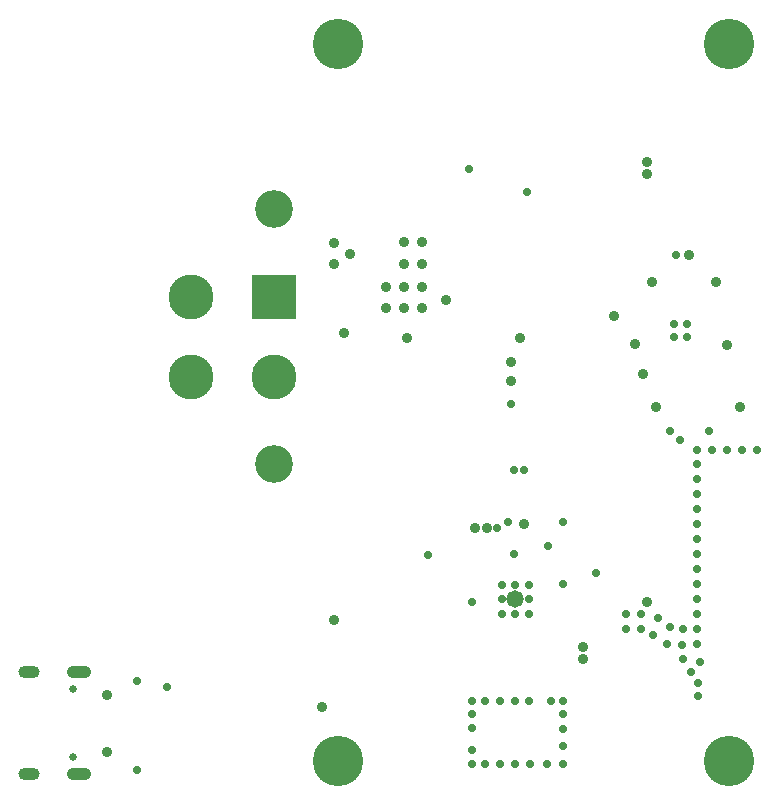
<source format=gbs>
%TF.GenerationSoftware,Altium Limited,Altium Designer,23.10.1 (27)*%
G04 Layer_Color=16711935*
%FSLAX45Y45*%
%MOMM*%
%TF.SameCoordinates,42AF00E3-6381-46FF-AB9D-67395AE948A0*%
%TF.FilePolarity,Negative*%
%TF.FileFunction,Soldermask,Bot*%
%TF.Part,Single*%
G01*
G75*
%TA.AperFunction,ComponentPad*%
G04:AMPARAMS|DCode=59|XSize=1mm|YSize=1.8mm|CornerRadius=0.5mm|HoleSize=0mm|Usage=FLASHONLY|Rotation=270.000|XOffset=0mm|YOffset=0mm|HoleType=Round|Shape=RoundedRectangle|*
%AMROUNDEDRECTD59*
21,1,1.00000,0.80000,0,0,270.0*
21,1,0.00000,1.80000,0,0,270.0*
1,1,1.00000,-0.40000,0.00000*
1,1,1.00000,-0.40000,0.00000*
1,1,1.00000,0.40000,0.00000*
1,1,1.00000,0.40000,0.00000*
%
%ADD59ROUNDEDRECTD59*%
G04:AMPARAMS|DCode=60|XSize=1mm|YSize=2.1mm|CornerRadius=0.5mm|HoleSize=0mm|Usage=FLASHONLY|Rotation=270.000|XOffset=0mm|YOffset=0mm|HoleType=Round|Shape=RoundedRectangle|*
%AMROUNDEDRECTD60*
21,1,1.00000,1.10000,0,0,270.0*
21,1,0.00000,2.10000,0,0,270.0*
1,1,1.00000,-0.55000,0.00000*
1,1,1.00000,-0.55000,0.00000*
1,1,1.00000,0.55000,0.00000*
1,1,1.00000,0.55000,0.00000*
%
%ADD60ROUNDEDRECTD60*%
%ADD61C,0.65000*%
%TA.AperFunction,ViaPad*%
%ADD62C,0.71120*%
%TA.AperFunction,ComponentPad*%
%ADD87C,3.19320*%
%ADD88C,3.80920*%
%ADD89R,3.80920X3.80920*%
%TA.AperFunction,ViaPad*%
%ADD90C,0.91440*%
%ADD91C,4.26720*%
%ADD92C,1.47320*%
%ADD93C,0.70320*%
D59*
X353400Y1003500D02*
D03*
Y139500D02*
D03*
D60*
X771400Y1003500D02*
D03*
Y139500D02*
D03*
D61*
X721400Y860500D02*
D03*
Y282500D02*
D03*
D62*
X5867400Y2971800D02*
D03*
X4546600Y2717800D02*
D03*
X4457700D02*
D03*
X4406900Y2273300D02*
D03*
X4318000Y2222500D02*
D03*
X4076700Y5265420D02*
D03*
X4876800Y2273300D02*
D03*
Y1752600D02*
D03*
X4572000Y5067300D02*
D03*
X4457700Y2006600D02*
D03*
X5778500Y3048000D02*
D03*
X6108700D02*
D03*
X1524000Y876300D02*
D03*
X1270000Y927100D02*
D03*
X6007100Y2882900D02*
D03*
X6134100D02*
D03*
X6515100D02*
D03*
X6388100D02*
D03*
X6261100D02*
D03*
X6019800Y800100D02*
D03*
Y914400D02*
D03*
X5956300Y1003300D02*
D03*
X5892800Y1117600D02*
D03*
X5880100Y1231900D02*
D03*
X5753100Y1244600D02*
D03*
X5638800Y1320800D02*
D03*
X5537200Y1371600D02*
D03*
X5410200D02*
D03*
Y1498600D02*
D03*
X5537200D02*
D03*
X5676900Y1460500D02*
D03*
X5778500Y1384300D02*
D03*
X5892800Y1371600D02*
D03*
X6007100Y1244600D02*
D03*
Y1371600D02*
D03*
Y1498600D02*
D03*
Y1625600D02*
D03*
Y1752600D02*
D03*
Y1879600D02*
D03*
Y2006600D02*
D03*
Y2133600D02*
D03*
Y2260600D02*
D03*
Y2387600D02*
D03*
Y2514600D02*
D03*
Y2641600D02*
D03*
Y2768600D02*
D03*
X6032500Y1092200D02*
D03*
X5156200Y1841500D02*
D03*
X3733800Y1993900D02*
D03*
X4102100Y1598640D02*
D03*
X4749800Y2070100D02*
D03*
X5829300Y4533900D02*
D03*
X4102100Y342900D02*
D03*
Y762000D02*
D03*
Y647700D02*
D03*
Y533400D02*
D03*
X4876800Y381000D02*
D03*
X4102100Y228600D02*
D03*
X4216400D02*
D03*
X4343400D02*
D03*
X4470400D02*
D03*
X4597400D02*
D03*
X4737100D02*
D03*
X4876800D02*
D03*
Y520700D02*
D03*
Y647700D02*
D03*
Y762000D02*
D03*
X4768671D02*
D03*
X4216400D02*
D03*
X4584700D02*
D03*
X4343400D02*
D03*
X4470400D02*
D03*
X4584700Y1500625D02*
D03*
X4356100Y1498600D02*
D03*
X4470400D02*
D03*
X4356100Y1625600D02*
D03*
X1270000Y177800D02*
D03*
X4432300Y3276600D02*
D03*
X4356100Y1741925D02*
D03*
X4584700Y1627625D02*
D03*
Y1741925D02*
D03*
X4470400D02*
D03*
D87*
X2426200Y4922300D02*
D03*
Y2763300D02*
D03*
D88*
X1727200Y4178300D02*
D03*
Y3507300D02*
D03*
X2426200D02*
D03*
D89*
Y4178300D02*
D03*
D90*
X5588000Y5219700D02*
D03*
X4546600Y2260600D02*
D03*
X5588000Y5321300D02*
D03*
X2832100Y711200D02*
D03*
X5588000Y1600200D02*
D03*
X6168900Y4305300D02*
D03*
X5041900Y1117600D02*
D03*
Y1219200D02*
D03*
X4432300Y3467100D02*
D03*
Y3632200D02*
D03*
X4229100Y2222500D02*
D03*
X4127500D02*
D03*
X2933700Y1447800D02*
D03*
X5549900Y3530600D02*
D03*
X5943600Y4533900D02*
D03*
X2933700Y4457700D02*
D03*
X6375400Y3251200D02*
D03*
X5664200D02*
D03*
X5486400Y3784600D02*
D03*
X5304171Y4016694D02*
D03*
X5626100Y4305300D02*
D03*
X6261100Y3771900D02*
D03*
X4508500Y3835400D02*
D03*
X3886200Y4152900D02*
D03*
X3378200Y4089400D02*
D03*
X3683000Y4648200D02*
D03*
Y4457700D02*
D03*
Y4267200D02*
D03*
Y4089400D02*
D03*
X3530600D02*
D03*
X3378200Y4267200D02*
D03*
X3530600D02*
D03*
Y4457700D02*
D03*
Y4648200D02*
D03*
X3066355Y4544583D02*
D03*
X3022600Y3873500D02*
D03*
X2933700Y4635500D02*
D03*
X3556000Y3835400D02*
D03*
X1016000Y812800D02*
D03*
Y330200D02*
D03*
D91*
X6281420Y250952D02*
D03*
X6281622Y6324600D02*
D03*
X2971800Y250985D02*
D03*
Y6324600D02*
D03*
D92*
X4470400Y1625600D02*
D03*
D93*
X5922400Y3843900D02*
D03*
X5812400D02*
D03*
Y3953900D02*
D03*
X5922400D02*
D03*
%TF.MD5,f5d52256da1d41422365d6e6eba86ced*%
M02*

</source>
